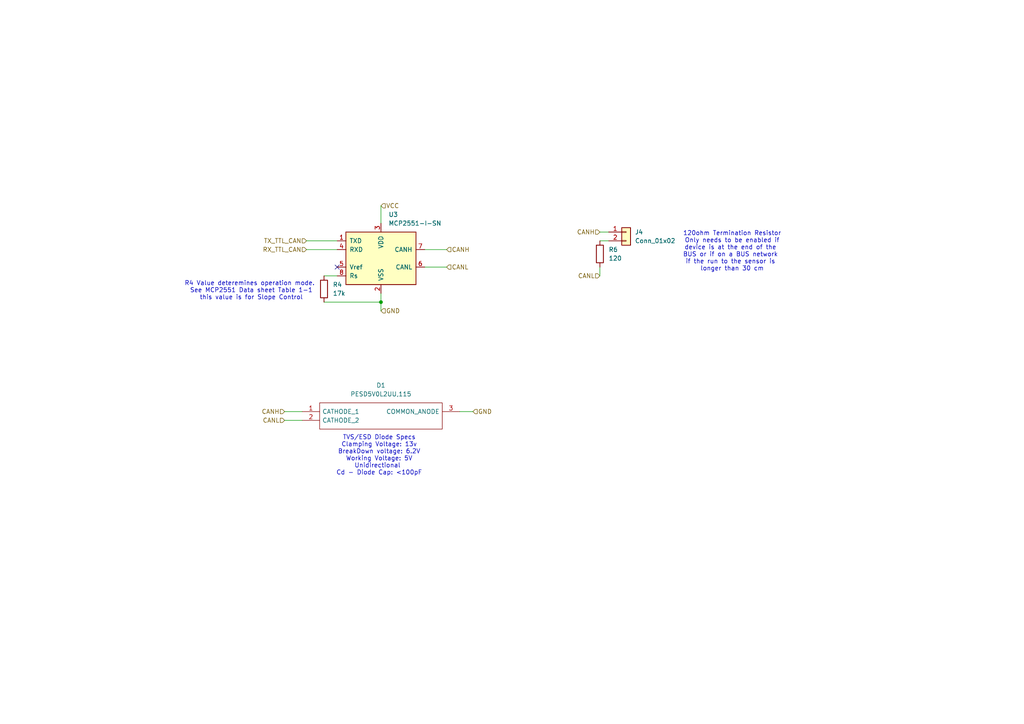
<source format=kicad_sch>
(kicad_sch (version 20250114) (generator "eeschema") (generator_version "9.0")
  (paper "A4")
  (lib_symbols
    (symbol "Connector_Generic:Conn_01x02" (pin_names (offset 1.016) (hide yes))
      (property "Reference" "J" (at 0 2.54 0))
      (property "Value" "Conn_01x02" (at 0 -5.08 0))
      (symbol "Conn_01x02_1_1"
        (rectangle (start -1.27 1.27) (end 1.27 -3.81) (stroke (width 0.254)) (fill (type background)))
        (rectangle (start -1.27 0.127) (end 0 -0.127) (stroke (width 0.1524)))
        (rectangle (start -1.27 -2.413) (end 0 -2.667) (stroke (width 0.1524)))
        (pin passive line (at -5.08 0 0) (length 3.81) (name "Pin_1") (number "1"))
        (pin passive line (at -5.08 -2.54 0) (length 3.81) (name "Pin_2") (number "2"))
      )
    )
    (symbol "Device:R" (pin_numbers (hide yes)) (pin_names (offset 0))
      (property "Reference" "R" (at 2.032 0 90))
      (property "Value" "R" (at 0 0 90))
      (symbol "R_0_1"
        (rectangle (start -1.016 -2.54) (end 1.016 2.54) (stroke (width 0.254)))
      )
      (symbol "R_1_1"
        (pin passive line (at 0 3.81 270) (length 1.27) (name "~") (number "1"))
        (pin passive line (at 0 -3.81 90) (length 1.27) (name "~") (number "2"))
      )
    )
    (symbol "Interface_CAN_LIN:MCP2551-I-SN" (pin_names (offset 1.016))
      (property "Reference" "U" (at -10.16 8.89 0))
      (property "Value" "MCP2551-I-SN" (at 2.54 8.89 0))
      (symbol "MCP2551-I-SN_0_1"
        (rectangle (start -10.16 7.62) (end 10.16 -7.62) (stroke (width 0.254)) (fill (type background)))
      )
      (symbol "MCP2551-I-SN_1_1"
        (pin input line (at -12.7 5.08 0) (length 2.54) (name "TXD") (number "1"))
        (pin output line (at -12.7 2.54 0) (length 2.54) (name "RXD") (number "4"))
        (pin power_out line (at -12.7 -2.54 0) (length 2.54) (name "Vref") (number "5"))
        (pin input line (at -12.7 -5.08 0) (length 2.54) (name "Rs") (number "8"))
        (pin power_in line (at 0 10.16 270) (length 2.54) (name "VDD") (number "3"))
        (pin power_in line (at 0 -10.16 90) (length 2.54) (name "VSS") (number "2"))
        (pin bidirectional line (at 12.7 2.54 180) (length 2.54) (name "CANH") (number "7"))
        (pin bidirectional line (at 12.7 -2.54 180) (length 2.54) (name "CANL") (number "6"))
      )
    )
    (symbol "SamacSys_Parts:PESD5V0L2UU,115" (pin_names (offset 0.762))
      (property "Reference" "D" (at 41.91 7.62 0))
      (property "Value" "PESD5V0L2UU,115" (at 41.91 5.08 0))
      (symbol "PESD5V0L2UU,115_0_0"
        (pin passive line (at 0 0 0) (length 5.08) (name "CATHODE_1") (number "1"))
        (pin passive line (at 0 -2.54 0) (length 5.08) (name "CATHODE_2") (number "2"))
        (pin passive line (at 45.72 0 180) (length 5.08) (name "COMMON_ANODE") (number "3"))
      )
      (symbol "PESD5V0L2UU,115_0_1"
        (polyline (pts (xy 5.08 2.54) (xy 40.64 2.54) (xy 40.64 -5.08) (xy 5.08 -5.08) (xy 5.08 2.54)) (stroke (width 0.1524)))
      )
    )
  )
  (text "TVS/ESD Diode Specs\nClamping Voltage: 13v\nBreakDown voltage: 6.2V\nWorking Voltage: 5V\nUnidirectional \nCd - Diode Cap: <100pF" (at 109.982 132.08 0) (effects (font (size 1.27 1.27))))
  (text "R4 Value deteremines operation mode. \nSee MCP2551 Data sheet Table 1-1\nthis value is for Slope Control" (at 72.898 84.328 0) (effects (font (size 1.27 1.27))))
  (text "120ohm Termination Resistor\nOnly needs to be enabled if\ndevice is at the end of the \nBUS or if on a BUS network \nif the run to the sensor is \nlonger than 30 cm" (at 212.344 72.898 0) (effects (font (size 1.27 1.27))))
  (junction (at 110.49 87.63))
  (no_connect (at 97.79 77.47))
  (wire (pts (xy 82.55 119.38) (xy 87.63 119.38)))
  (wire (pts (xy 88.9 72.39) (xy 97.79 72.39)))
  (wire (pts (xy 110.49 87.63) (xy 110.49 90.17)))
  (wire (pts (xy 110.49 59.69) (xy 110.49 64.77)))
  (wire (pts (xy 173.99 67.31) (xy 176.53 67.31)))
  (wire (pts (xy 173.99 69.85) (xy 176.53 69.85)))
  (wire (pts (xy 93.98 80.01) (xy 97.79 80.01)))
  (wire (pts (xy 82.55 121.92) (xy 87.63 121.92)))
  (wire (pts (xy 173.99 77.47) (xy 173.99 80.01)))
  (wire (pts (xy 93.98 87.63) (xy 110.49 87.63)))
  (wire (pts (xy 88.9 69.85) (xy 97.79 69.85)))
  (wire (pts (xy 133.35 119.38) (xy 137.16 119.38)))
  (wire (pts (xy 123.19 72.39) (xy 129.54 72.39)))
  (wire (pts (xy 110.49 85.09) (xy 110.49 87.63)))
  (wire (pts (xy 123.19 77.47) (xy 129.54 77.47)))
  (hierarchical_label "GND" (shape input) (at 137.16 119.38 0))
  (hierarchical_label "CANL" (shape input) (at 129.54 77.47 0))
  (hierarchical_label "CANL" (shape input) (at 82.55 121.92 180))
  (hierarchical_label "CANL" (shape input) (at 173.99 80.01 180))
  (hierarchical_label "RX_TTL_CAN" (shape input) (at 88.9 72.39 180))
  (hierarchical_label "CANH" (shape input) (at 173.99 67.31 180))
  (hierarchical_label "VCC" (shape input) (at 110.49 59.69 0))
  (hierarchical_label "CANH" (shape input) (at 82.55 119.38 180))
  (hierarchical_label "TX_TTL_CAN" (shape input) (at 88.9 69.85 180))
  (hierarchical_label "CANH" (shape input) (at 129.54 72.39 0))
  (hierarchical_label "GND" (shape input) (at 110.49 90.17 0))
  (symbol (lib_id "SamacSys_Parts:PESD5V0L2UU,115") (at 87.63 119.38 0) (unit 1)
    (property "Reference" "D9" (at 110.49 111.76 0))
    (property "Value" "PESD5V0L2UU,115" (at 110.49 114.3 0))
    (property "Footprint" "SamacSys_Parts:SOT65P210X110-3N" (effects (hide yes)))
    (property "Description" "Nexperia PESD5V0L2UU,115, Dual-Element Uni-Directional ESD Protection Diode, 70W, 3-Pin SOT-323" (effects (hide yes)))
    (property "Height" "1.1" (effects (hide yes)))
    (property "Mouser Part Number" "771-PESD5V0L2UU115" (effects (hide yes)))
    (property "Mouser Price/Stock" "https://www.mouser.co.uk/ProductDetail/Nexperia/PESD5V0L2UU115?qs=LMSg3oBIm%2FgBNgVxLPicXA%3D%3D" (effects (hide yes)))
    (property "Manufacturer_Name" "Nexperia" (effects (hide yes)))
    (property "Manufacturer_Part_Number" "PESD5V0L2UU,115" (effects (hide yes)))
    (instances (project "Automotive Monitoring System CANBus Sensor" (path "" (reference "D1") (unit 1))) (project "BasicBitch328pThingy" (path "" (reference "D9") (unit 1))))
  )
  (symbol (lib_id "Connector_Generic:Conn_01x02") (at 181.61 67.31 0) (unit 1)
    (property "Reference" "J2" (at 184.15 67.3099 0) (effects (justify left)))
    (property "Value" "Conn_01x02" (at 184.15 69.8499 0) (effects (justify left)))
    (property "Footprint" "Connector_PinHeader_2.54mm:PinHeader_1x02_P2.54mm_Vertical" (effects (hide yes)))
    (property "Description" "Generic connector, single row, 01x02, script generated (kicad-library-utils/schlib/autogen/connector/)" (effects (hide yes)))
    (instances (project "Automotive Monitoring System CANBus Sensor" (path "" (reference "J4") (unit 1))) (project "BasicBitch328pThingy" (path "" (reference "J2") (unit 1))))
  )
  (symbol (lib_id "Interface_CAN_LIN:MCP2551-I-SN") (at 110.49 74.93 0) (unit 1)
    (property "Reference" "U7" (at 112.6841 62.23 0) (effects (justify left)))
    (property "Value" "MCP2551-I-SN" (at 112.6841 64.77 0) (effects (justify left)))
    (property "Footprint" "Package_SO:SOIC-8_3.9x4.9mm_P1.27mm" (effects (hide yes)))
    (property "Datasheet" "http://ww1.microchip.com/downloads/en/devicedoc/21667d.pdf" (effects (hide yes)))
    (property "Description" "High-Speed CAN Transceiver, 1Mbps, 5V supply, SOIC-8" (effects (hide yes)))
    (instances (project "Automotive Monitoring System CANBus Sensor" (path "" (reference "U3") (unit 1))) (project "BasicBitch328pThingy" (path "" (reference "U7") (unit 1))))
  )
  (symbol (lib_id "Device:R") (at 173.99 73.66 0) (unit 1)
    (property "Reference" "R28" (at 176.53 72.3899 0) (effects (justify left)))
    (property "Value" "120" (at 176.53 74.9299 0) (effects (justify left)))
    (property "Footprint" "Resistor_SMD:R_1206_3216Metric_Pad1.30x1.75mm_HandSolder" (effects (hide yes)))
    (property "Description" "Resistor" (effects (hide yes)))
    (instances (project "Automotive Monitoring System CANBus Sensor" (path "" (reference "R6") (unit 1))) (project "BasicBitch328pThingy" (path "" (reference "R28") (unit 1))))
  )
  (symbol (lib_id "Device:R") (at 93.98 83.82 0) (unit 1)
    (property "Reference" "R27" (at 96.52 82.5499 0) (effects (justify left)))
    (property "Value" "17k" (at 96.52 85.0899 0) (effects (justify left)))
    (property "Footprint" "Resistor_SMD:R_1206_3216Metric_Pad1.30x1.75mm_HandSolder" (effects (hide yes)))
    (property "Description" "Resistor" (effects (hide yes)))
    (instances (project "Automotive Monitoring System CANBus Sensor" (path "" (reference "R4") (unit 1))) (project "BasicBitch328pThingy" (path "" (reference "R27") (unit 1))))
  )
)
</source>
